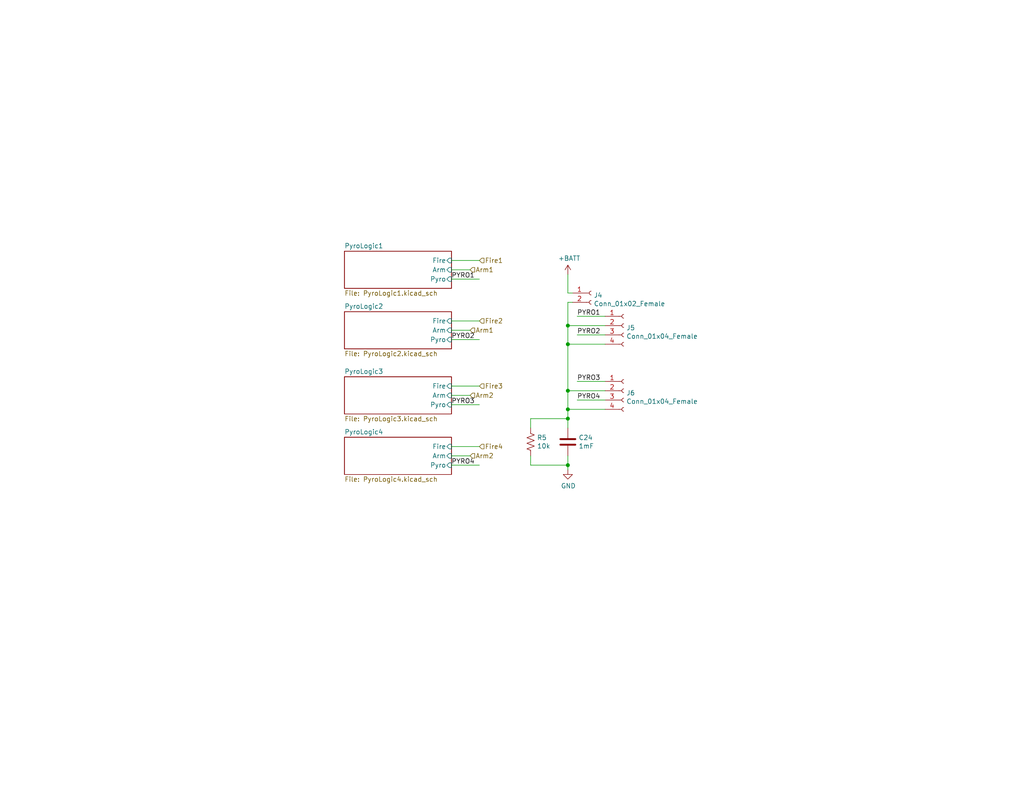
<source format=kicad_sch>
(kicad_sch (version 20211123) (generator eeschema)

  (uuid 8aeae536-fd36-430e-be47-1a856eced2fc)

  (paper "USLetter")

  (lib_symbols
    (symbol "Connector:Conn_01x02_Female" (pin_names (offset 1.016) hide) (in_bom yes) (on_board yes)
      (property "Reference" "J" (id 0) (at 0 2.54 0)
        (effects (font (size 1.27 1.27)))
      )
      (property "Value" "Connector_Conn_01x02_Female" (id 1) (at 0 -5.08 0)
        (effects (font (size 1.27 1.27)))
      )
      (property "Footprint" "" (id 2) (at 0 0 0)
        (effects (font (size 1.27 1.27)) hide)
      )
      (property "Datasheet" "" (id 3) (at 0 0 0)
        (effects (font (size 1.27 1.27)) hide)
      )
      (property "ki_fp_filters" "Connector*:*_1x??_*" (id 4) (at 0 0 0)
        (effects (font (size 1.27 1.27)) hide)
      )
      (symbol "Conn_01x02_Female_1_1"
        (arc (start 0 -2.032) (mid -0.508 -2.54) (end 0 -3.048)
          (stroke (width 0.1524) (type default) (color 0 0 0 0))
          (fill (type none))
        )
        (polyline
          (pts
            (xy -1.27 -2.54)
            (xy -0.508 -2.54)
          )
          (stroke (width 0.1524) (type default) (color 0 0 0 0))
          (fill (type none))
        )
        (polyline
          (pts
            (xy -1.27 0)
            (xy -0.508 0)
          )
          (stroke (width 0.1524) (type default) (color 0 0 0 0))
          (fill (type none))
        )
        (arc (start 0 0.508) (mid -0.508 0) (end 0 -0.508)
          (stroke (width 0.1524) (type default) (color 0 0 0 0))
          (fill (type none))
        )
        (pin passive line (at -5.08 0 0) (length 3.81)
          (name "Pin_1" (effects (font (size 1.27 1.27))))
          (number "1" (effects (font (size 1.27 1.27))))
        )
        (pin passive line (at -5.08 -2.54 0) (length 3.81)
          (name "Pin_2" (effects (font (size 1.27 1.27))))
          (number "2" (effects (font (size 1.27 1.27))))
        )
      )
    )
    (symbol "Connector:Conn_01x04_Female" (pin_names (offset 1.016) hide) (in_bom yes) (on_board yes)
      (property "Reference" "J" (id 0) (at 0 5.08 0)
        (effects (font (size 1.27 1.27)))
      )
      (property "Value" "Connector_Conn_01x04_Female" (id 1) (at 0 -7.62 0)
        (effects (font (size 1.27 1.27)))
      )
      (property "Footprint" "" (id 2) (at 0 0 0)
        (effects (font (size 1.27 1.27)) hide)
      )
      (property "Datasheet" "" (id 3) (at 0 0 0)
        (effects (font (size 1.27 1.27)) hide)
      )
      (property "ki_fp_filters" "Connector*:*_1x??_*" (id 4) (at 0 0 0)
        (effects (font (size 1.27 1.27)) hide)
      )
      (symbol "Conn_01x04_Female_1_1"
        (arc (start 0 -4.572) (mid -0.508 -5.08) (end 0 -5.588)
          (stroke (width 0.1524) (type default) (color 0 0 0 0))
          (fill (type none))
        )
        (arc (start 0 -2.032) (mid -0.508 -2.54) (end 0 -3.048)
          (stroke (width 0.1524) (type default) (color 0 0 0 0))
          (fill (type none))
        )
        (polyline
          (pts
            (xy -1.27 -5.08)
            (xy -0.508 -5.08)
          )
          (stroke (width 0.1524) (type default) (color 0 0 0 0))
          (fill (type none))
        )
        (polyline
          (pts
            (xy -1.27 -2.54)
            (xy -0.508 -2.54)
          )
          (stroke (width 0.1524) (type default) (color 0 0 0 0))
          (fill (type none))
        )
        (polyline
          (pts
            (xy -1.27 0)
            (xy -0.508 0)
          )
          (stroke (width 0.1524) (type default) (color 0 0 0 0))
          (fill (type none))
        )
        (polyline
          (pts
            (xy -1.27 2.54)
            (xy -0.508 2.54)
          )
          (stroke (width 0.1524) (type default) (color 0 0 0 0))
          (fill (type none))
        )
        (arc (start 0 0.508) (mid -0.508 0) (end 0 -0.508)
          (stroke (width 0.1524) (type default) (color 0 0 0 0))
          (fill (type none))
        )
        (arc (start 0 3.048) (mid -0.508 2.54) (end 0 2.032)
          (stroke (width 0.1524) (type default) (color 0 0 0 0))
          (fill (type none))
        )
        (pin passive line (at -5.08 2.54 0) (length 3.81)
          (name "Pin_1" (effects (font (size 1.27 1.27))))
          (number "1" (effects (font (size 1.27 1.27))))
        )
        (pin passive line (at -5.08 0 0) (length 3.81)
          (name "Pin_2" (effects (font (size 1.27 1.27))))
          (number "2" (effects (font (size 1.27 1.27))))
        )
        (pin passive line (at -5.08 -2.54 0) (length 3.81)
          (name "Pin_3" (effects (font (size 1.27 1.27))))
          (number "3" (effects (font (size 1.27 1.27))))
        )
        (pin passive line (at -5.08 -5.08 0) (length 3.81)
          (name "Pin_4" (effects (font (size 1.27 1.27))))
          (number "4" (effects (font (size 1.27 1.27))))
        )
      )
    )
    (symbol "Device:C" (pin_numbers hide) (pin_names (offset 0.254)) (in_bom yes) (on_board yes)
      (property "Reference" "C" (id 0) (at 0.635 2.54 0)
        (effects (font (size 1.27 1.27)) (justify left))
      )
      (property "Value" "Device_C" (id 1) (at 0.635 -2.54 0)
        (effects (font (size 1.27 1.27)) (justify left))
      )
      (property "Footprint" "" (id 2) (at 0.9652 -3.81 0)
        (effects (font (size 1.27 1.27)) hide)
      )
      (property "Datasheet" "" (id 3) (at 0 0 0)
        (effects (font (size 1.27 1.27)) hide)
      )
      (property "ki_fp_filters" "C_*" (id 4) (at 0 0 0)
        (effects (font (size 1.27 1.27)) hide)
      )
      (symbol "C_0_1"
        (polyline
          (pts
            (xy -2.032 -0.762)
            (xy 2.032 -0.762)
          )
          (stroke (width 0.508) (type default) (color 0 0 0 0))
          (fill (type none))
        )
        (polyline
          (pts
            (xy -2.032 0.762)
            (xy 2.032 0.762)
          )
          (stroke (width 0.508) (type default) (color 0 0 0 0))
          (fill (type none))
        )
      )
      (symbol "C_1_1"
        (pin passive line (at 0 3.81 270) (length 2.794)
          (name "~" (effects (font (size 1.27 1.27))))
          (number "1" (effects (font (size 1.27 1.27))))
        )
        (pin passive line (at 0 -3.81 90) (length 2.794)
          (name "~" (effects (font (size 1.27 1.27))))
          (number "2" (effects (font (size 1.27 1.27))))
        )
      )
    )
    (symbol "Device:R_US" (pin_numbers hide) (pin_names (offset 0)) (in_bom yes) (on_board yes)
      (property "Reference" "R" (id 0) (at 2.54 0 90)
        (effects (font (size 1.27 1.27)))
      )
      (property "Value" "Device_R_US" (id 1) (at -2.54 0 90)
        (effects (font (size 1.27 1.27)))
      )
      (property "Footprint" "" (id 2) (at 1.016 -0.254 90)
        (effects (font (size 1.27 1.27)) hide)
      )
      (property "Datasheet" "" (id 3) (at 0 0 0)
        (effects (font (size 1.27 1.27)) hide)
      )
      (property "ki_fp_filters" "R_*" (id 4) (at 0 0 0)
        (effects (font (size 1.27 1.27)) hide)
      )
      (symbol "R_US_0_1"
        (polyline
          (pts
            (xy 0 -2.286)
            (xy 0 -2.54)
          )
          (stroke (width 0) (type default) (color 0 0 0 0))
          (fill (type none))
        )
        (polyline
          (pts
            (xy 0 2.286)
            (xy 0 2.54)
          )
          (stroke (width 0) (type default) (color 0 0 0 0))
          (fill (type none))
        )
        (polyline
          (pts
            (xy 0 -0.762)
            (xy 1.016 -1.143)
            (xy 0 -1.524)
            (xy -1.016 -1.905)
            (xy 0 -2.286)
          )
          (stroke (width 0) (type default) (color 0 0 0 0))
          (fill (type none))
        )
        (polyline
          (pts
            (xy 0 0.762)
            (xy 1.016 0.381)
            (xy 0 0)
            (xy -1.016 -0.381)
            (xy 0 -0.762)
          )
          (stroke (width 0) (type default) (color 0 0 0 0))
          (fill (type none))
        )
        (polyline
          (pts
            (xy 0 2.286)
            (xy 1.016 1.905)
            (xy 0 1.524)
            (xy -1.016 1.143)
            (xy 0 0.762)
          )
          (stroke (width 0) (type default) (color 0 0 0 0))
          (fill (type none))
        )
      )
      (symbol "R_US_1_1"
        (pin passive line (at 0 3.81 270) (length 1.27)
          (name "~" (effects (font (size 1.27 1.27))))
          (number "1" (effects (font (size 1.27 1.27))))
        )
        (pin passive line (at 0 -3.81 90) (length 1.27)
          (name "~" (effects (font (size 1.27 1.27))))
          (number "2" (effects (font (size 1.27 1.27))))
        )
      )
    )
    (symbol "power:+BATT" (power) (pin_names (offset 0)) (in_bom yes) (on_board yes)
      (property "Reference" "#PWR" (id 0) (at 0 -3.81 0)
        (effects (font (size 1.27 1.27)) hide)
      )
      (property "Value" "power_+BATT" (id 1) (at 0 3.556 0)
        (effects (font (size 1.27 1.27)))
      )
      (property "Footprint" "" (id 2) (at 0 0 0)
        (effects (font (size 1.27 1.27)) hide)
      )
      (property "Datasheet" "" (id 3) (at 0 0 0)
        (effects (font (size 1.27 1.27)) hide)
      )
      (symbol "+BATT_0_1"
        (polyline
          (pts
            (xy -0.762 1.27)
            (xy 0 2.54)
          )
          (stroke (width 0) (type default) (color 0 0 0 0))
          (fill (type none))
        )
        (polyline
          (pts
            (xy 0 0)
            (xy 0 2.54)
          )
          (stroke (width 0) (type default) (color 0 0 0 0))
          (fill (type none))
        )
        (polyline
          (pts
            (xy 0 2.54)
            (xy 0.762 1.27)
          )
          (stroke (width 0) (type default) (color 0 0 0 0))
          (fill (type none))
        )
      )
      (symbol "+BATT_1_1"
        (pin power_in line (at 0 0 90) (length 0) hide
          (name "+BATT" (effects (font (size 1.27 1.27))))
          (number "1" (effects (font (size 1.27 1.27))))
        )
      )
    )
    (symbol "power:GND" (power) (pin_names (offset 0)) (in_bom yes) (on_board yes)
      (property "Reference" "#PWR" (id 0) (at 0 -6.35 0)
        (effects (font (size 1.27 1.27)) hide)
      )
      (property "Value" "power_GND" (id 1) (at 0 -3.81 0)
        (effects (font (size 1.27 1.27)))
      )
      (property "Footprint" "" (id 2) (at 0 0 0)
        (effects (font (size 1.27 1.27)) hide)
      )
      (property "Datasheet" "" (id 3) (at 0 0 0)
        (effects (font (size 1.27 1.27)) hide)
      )
      (symbol "GND_0_1"
        (polyline
          (pts
            (xy 0 0)
            (xy 0 -1.27)
            (xy 1.27 -1.27)
            (xy 0 -2.54)
            (xy -1.27 -1.27)
            (xy 0 -1.27)
          )
          (stroke (width 0) (type default) (color 0 0 0 0))
          (fill (type none))
        )
      )
      (symbol "GND_1_1"
        (pin power_in line (at 0 0 270) (length 0) hide
          (name "GND" (effects (font (size 1.27 1.27))))
          (number "1" (effects (font (size 1.27 1.27))))
        )
      )
    )
  )


  (junction (at 154.94 88.9) (diameter 0) (color 0 0 0 0)
    (uuid 22962957-1efd-404d-83db-5b233b6c15b0)
  )
  (junction (at 154.94 106.68) (diameter 0) (color 0 0 0 0)
    (uuid 3c22d605-7855-4cc6-8ad2-906cadbd02dc)
  )
  (junction (at 154.94 114.3) (diameter 0) (color 0 0 0 0)
    (uuid 465137b4-f6f7-4d51-9b40-b161947d5cc1)
  )
  (junction (at 154.94 93.98) (diameter 0) (color 0 0 0 0)
    (uuid 8eb98c56-17e4-4de6-a3e3-06dcfa392040)
  )
  (junction (at 154.94 127) (diameter 0) (color 0 0 0 0)
    (uuid 9a8ad8bb-d9a9-4b2b-bc88-ea6fd2676d45)
  )
  (junction (at 154.94 111.76) (diameter 0) (color 0 0 0 0)
    (uuid bb8162f0-99c8-4884-be5b-c0d0c7e81ff6)
  )

  (wire (pts (xy 130.81 71.12) (xy 123.19 71.12))
    (stroke (width 0) (type default) (color 0 0 0 0))
    (uuid 0554bea0-89b2-4e25-9ea3-4c73921c94cb)
  )
  (wire (pts (xy 165.1 104.14) (xy 157.48 104.14))
    (stroke (width 0) (type default) (color 0 0 0 0))
    (uuid 0ba17a9b-d889-426c-b4fe-048bed6b6be8)
  )
  (wire (pts (xy 144.78 127) (xy 154.94 127))
    (stroke (width 0) (type default) (color 0 0 0 0))
    (uuid 1cc5480b-56b7-4379-98e2-ccafc88911a7)
  )
  (wire (pts (xy 123.19 124.46) (xy 128.27 124.46))
    (stroke (width 0) (type default) (color 0 0 0 0))
    (uuid 24adc223-60f0-4497-98a3-d664c5a13280)
  )
  (wire (pts (xy 154.94 93.98) (xy 154.94 106.68))
    (stroke (width 0) (type default) (color 0 0 0 0))
    (uuid 275b6416-db29-42cc-9307-bf426917c3b4)
  )
  (wire (pts (xy 154.94 80.01) (xy 156.21 80.01))
    (stroke (width 0) (type default) (color 0 0 0 0))
    (uuid 29cbb0bc-f66b-4d11-80e7-5bb270e42496)
  )
  (wire (pts (xy 154.94 82.55) (xy 154.94 88.9))
    (stroke (width 0) (type default) (color 0 0 0 0))
    (uuid 355ced6c-c08a-4586-9a09-7a9c624536f6)
  )
  (wire (pts (xy 154.94 106.68) (xy 165.1 106.68))
    (stroke (width 0) (type default) (color 0 0 0 0))
    (uuid 4086cbd7-6ba7-4e63-8da9-17e60627ee17)
  )
  (wire (pts (xy 123.19 90.17) (xy 128.27 90.17))
    (stroke (width 0) (type default) (color 0 0 0 0))
    (uuid 4641c87c-bffa-41fe-ae77-be3a97a6f797)
  )
  (wire (pts (xy 165.1 91.44) (xy 157.48 91.44))
    (stroke (width 0) (type default) (color 0 0 0 0))
    (uuid 631c7be5-8dc2-4df4-ab73-737bb928e763)
  )
  (wire (pts (xy 130.81 127) (xy 123.19 127))
    (stroke (width 0) (type default) (color 0 0 0 0))
    (uuid 751d823e-1d7b-4501-9658-d06d459b0e16)
  )
  (wire (pts (xy 154.94 124.46) (xy 154.94 127))
    (stroke (width 0) (type default) (color 0 0 0 0))
    (uuid 7bea05d4-1dec-4cd6-aa53-302dde803254)
  )
  (wire (pts (xy 154.94 127) (xy 154.94 128.27))
    (stroke (width 0) (type default) (color 0 0 0 0))
    (uuid 851f3d61-ba3b-4e6e-abd4-cafa4d9b64cb)
  )
  (wire (pts (xy 154.94 93.98) (xy 165.1 93.98))
    (stroke (width 0) (type default) (color 0 0 0 0))
    (uuid 91fc5800-6029-46b1-848d-ca0091f97267)
  )
  (wire (pts (xy 130.81 110.49) (xy 123.19 110.49))
    (stroke (width 0) (type default) (color 0 0 0 0))
    (uuid 92761c09-a591-4c8e-af4d-e0e2262cb01d)
  )
  (wire (pts (xy 165.1 109.22) (xy 157.48 109.22))
    (stroke (width 0) (type default) (color 0 0 0 0))
    (uuid 94a10cae-6ef2-4b64-9d98-fb22aa3306cc)
  )
  (wire (pts (xy 123.19 107.95) (xy 128.27 107.95))
    (stroke (width 0) (type default) (color 0 0 0 0))
    (uuid 98966de3-2364-43d8-a2e0-b03bb9487b03)
  )
  (wire (pts (xy 123.19 73.66) (xy 128.27 73.66))
    (stroke (width 0) (type default) (color 0 0 0 0))
    (uuid 9da1ace0-4181-4f12-80f8-16786a9e5c07)
  )
  (wire (pts (xy 144.78 124.46) (xy 144.78 127))
    (stroke (width 0) (type default) (color 0 0 0 0))
    (uuid a5362821-c161-4c7a-a00c-40e1d7472d56)
  )
  (wire (pts (xy 165.1 86.36) (xy 157.48 86.36))
    (stroke (width 0) (type default) (color 0 0 0 0))
    (uuid a7fc0812-140f-4d96-9cd8-ead8c1c610b1)
  )
  (wire (pts (xy 130.81 87.63) (xy 123.19 87.63))
    (stroke (width 0) (type default) (color 0 0 0 0))
    (uuid af186015-d283-4209-aade-a247e5de01df)
  )
  (wire (pts (xy 154.94 88.9) (xy 154.94 93.98))
    (stroke (width 0) (type default) (color 0 0 0 0))
    (uuid bd085057-7c0e-463a-982b-968a2dc1f0f8)
  )
  (wire (pts (xy 130.81 76.2) (xy 123.19 76.2))
    (stroke (width 0) (type default) (color 0 0 0 0))
    (uuid c210293b-1d7a-4e96-92e9-058784106727)
  )
  (wire (pts (xy 154.94 114.3) (xy 154.94 111.76))
    (stroke (width 0) (type default) (color 0 0 0 0))
    (uuid c2dd13db-24b6-40f1-b75b-b9ab893d92ea)
  )
  (wire (pts (xy 156.21 82.55) (xy 154.94 82.55))
    (stroke (width 0) (type default) (color 0 0 0 0))
    (uuid c401e9c6-1deb-4979-99be-7c801c952098)
  )
  (wire (pts (xy 154.94 88.9) (xy 165.1 88.9))
    (stroke (width 0) (type default) (color 0 0 0 0))
    (uuid c66a19ed-90c0-4502-ae75-6a4c4ab9f297)
  )
  (wire (pts (xy 144.78 116.84) (xy 144.78 114.3))
    (stroke (width 0) (type default) (color 0 0 0 0))
    (uuid ca6e2466-a90a-4dab-be16-b070610e5087)
  )
  (wire (pts (xy 130.81 121.92) (xy 123.19 121.92))
    (stroke (width 0) (type default) (color 0 0 0 0))
    (uuid cd1cff81-9d8a-4511-96d6-4ddb79484001)
  )
  (wire (pts (xy 144.78 114.3) (xy 154.94 114.3))
    (stroke (width 0) (type default) (color 0 0 0 0))
    (uuid d18f2428-546f-4066-8ffb-7653303685db)
  )
  (wire (pts (xy 154.94 74.93) (xy 154.94 80.01))
    (stroke (width 0) (type default) (color 0 0 0 0))
    (uuid d1c19c11-0a13-4237-b6b4-fb2ef1db7c6d)
  )
  (wire (pts (xy 154.94 111.76) (xy 154.94 106.68))
    (stroke (width 0) (type default) (color 0 0 0 0))
    (uuid d1cd5391-31d2-459f-8adb-4ae3f304a833)
  )
  (wire (pts (xy 154.94 111.76) (xy 165.1 111.76))
    (stroke (width 0) (type default) (color 0 0 0 0))
    (uuid d8200a86-aa75-47a3-ad2a-7f4c9c999a6f)
  )
  (wire (pts (xy 154.94 114.3) (xy 154.94 116.84))
    (stroke (width 0) (type default) (color 0 0 0 0))
    (uuid d95c6650-fcd9-4184-97fe-fde43ea5c0cd)
  )
  (wire (pts (xy 130.81 105.41) (xy 123.19 105.41))
    (stroke (width 0) (type default) (color 0 0 0 0))
    (uuid e2fac877-439c-4da0-af2e-5fdc70f85d42)
  )
  (wire (pts (xy 130.81 92.71) (xy 123.19 92.71))
    (stroke (width 0) (type default) (color 0 0 0 0))
    (uuid fc2e9f96-3bed-4896-b995-f56e799f1c77)
  )

  (label "PYRO4" (at 129.54 127 180)
    (effects (font (size 1.27 1.27)) (justify right bottom))
    (uuid 4cfd9a02-97ef-4af4-a6b8-db9be1a8fda5)
  )
  (label "PYRO1" (at 163.83 86.36 180)
    (effects (font (size 1.27 1.27)) (justify right bottom))
    (uuid 63caf46e-0228-40de-b819-c6bd29dd1711)
  )
  (label "PYRO2" (at 163.83 91.44 180)
    (effects (font (size 1.27 1.27)) (justify right bottom))
    (uuid 6d2a06fb-0b1e-452a-ab38-11a5f45e1b32)
  )
  (label "PYRO4" (at 163.83 109.22 180)
    (effects (font (size 1.27 1.27)) (justify right bottom))
    (uuid 761c8e29-382a-475c-a37a-7201cc9cd0f5)
  )
  (label "PYRO1" (at 129.54 76.2 180)
    (effects (font (size 1.27 1.27)) (justify right bottom))
    (uuid 929a9b03-e99e-4b88-8e16-759f8c6b59a5)
  )
  (label "PYRO3" (at 129.54 110.49 180)
    (effects (font (size 1.27 1.27)) (justify right bottom))
    (uuid aadc3df5-0e2d-4f3d-b72e-6f184da74c89)
  )
  (label "PYRO2" (at 129.54 92.71 180)
    (effects (font (size 1.27 1.27)) (justify right bottom))
    (uuid b21299b9-3c4d-43df-b399-7f9b08eb5470)
  )
  (label "PYRO3" (at 163.83 104.14 180)
    (effects (font (size 1.27 1.27)) (justify right bottom))
    (uuid f33ec0db-ef0f-4576-8054-2833161a8f30)
  )

  (hierarchical_label "Arm2" (shape input) (at 128.27 124.46 0)
    (effects (font (size 1.27 1.27)) (justify left))
    (uuid 13ac70df-e9b9-44e5-96e6-20f0b0dc6a3a)
  )
  (hierarchical_label "Arm2" (shape input) (at 128.27 107.95 0)
    (effects (font (size 1.27 1.27)) (justify left))
    (uuid 278a91dc-d57d-4a5c-a045-34b6bd84131f)
  )
  (hierarchical_label "Fire2" (shape input) (at 130.81 87.63 0)
    (effects (font (size 1.27 1.27)) (justify left))
    (uuid 29126f72-63f7-4275-8b12-6b96a71c6f17)
  )
  (hierarchical_label "Arm1" (shape input) (at 128.27 73.66 0)
    (effects (font (size 1.27 1.27)) (justify left))
    (uuid 2ea8fa6f-efc3-40fe-bcf9-05bfa46ead4f)
  )
  (hierarchical_label "Arm1" (shape input) (at 128.27 90.17 0)
    (effects (font (size 1.27 1.27)) (justify left))
    (uuid 4cc0e615-05a0-4f42-a208-4011ba8ef841)
  )
  (hierarchical_label "Fire4" (shape input) (at 130.81 121.92 0)
    (effects (font (size 1.27 1.27)) (justify left))
    (uuid 88606262-3ac5-44a1-aacc-18b26cf4d396)
  )
  (hierarchical_label "Fire1" (shape input) (at 130.81 71.12 0)
    (effects (font (size 1.27 1.27)) (justify left))
    (uuid 8d063f79-9282-4820-bcf4-1ff3c006cf08)
  )
  (hierarchical_label "Fire3" (shape input) (at 130.81 105.41 0)
    (effects (font (size 1.27 1.27)) (justify left))
    (uuid da546d77-4b03-4562-8fc6-837fd68e7691)
  )

  (symbol (lib_id "Device:C") (at 154.94 120.65 0) (unit 1)
    (in_bom yes) (on_board yes)
    (uuid 00000000-0000-0000-0000-00005f4497a2)
    (property "Reference" "C24" (id 0) (at 157.861 119.4816 0)
      (effects (font (size 1.27 1.27)) (justify left))
    )
    (property "Value" "1mF" (id 1) (at 157.861 121.793 0)
      (effects (font (size 1.27 1.27)) (justify left))
    )
    (property "Footprint" "PyroChannel:CP_Radial_D10.0mm_P5.00mm" (id 2) (at 155.9052 124.46 0)
      (effects (font (size 1.27 1.27)) hide)
    )
    (property "Datasheet" "~" (id 3) (at 154.94 120.65 0)
      (effects (font (size 1.27 1.27)) hide)
    )
    (property "digikey" "1189-3703-1-ND" (id 4) (at 154.94 120.65 0)
      (effects (font (size 1.27 1.27)) hide)
    )
    (pin "1" (uuid 17adff9d-c581-42e4-b552-035b922b5256))
    (pin "2" (uuid 5684e95c-6824-46cf-8e72-881178a51d31))
  )

  (symbol (lib_id "power:+BATT") (at 154.94 74.93 0) (unit 1)
    (in_bom yes) (on_board yes)
    (uuid 00000000-0000-0000-0000-00005f449ddb)
    (property "Reference" "#PWR035" (id 0) (at 154.94 78.74 0)
      (effects (font (size 1.27 1.27)) hide)
    )
    (property "Value" "+BATT" (id 1) (at 155.321 70.5358 0))
    (property "Footprint" "" (id 2) (at 154.94 74.93 0)
      (effects (font (size 1.27 1.27)) hide)
    )
    (property "Datasheet" "" (id 3) (at 154.94 74.93 0)
      (effects (font (size 1.27 1.27)) hide)
    )
    (pin "1" (uuid 373b5b59-9fbb-41a2-845d-56a1ed5a82dd))
  )

  (symbol (lib_id "power:GND") (at 154.94 128.27 0) (unit 1)
    (in_bom yes) (on_board yes)
    (uuid 00000000-0000-0000-0000-00005f44a4a7)
    (property "Reference" "#PWR036" (id 0) (at 154.94 134.62 0)
      (effects (font (size 1.27 1.27)) hide)
    )
    (property "Value" "GND" (id 1) (at 155.067 132.6642 0))
    (property "Footprint" "" (id 2) (at 154.94 128.27 0)
      (effects (font (size 1.27 1.27)) hide)
    )
    (property "Datasheet" "" (id 3) (at 154.94 128.27 0)
      (effects (font (size 1.27 1.27)) hide)
    )
    (pin "1" (uuid 7410568a-af90-4a4e-a67d-5fd1863e0d95))
  )

  (symbol (lib_id "Device:R_US") (at 144.78 120.65 0) (unit 1)
    (in_bom yes) (on_board yes)
    (uuid 00000000-0000-0000-0000-00005f6eca83)
    (property "Reference" "R5" (id 0) (at 146.5072 119.4816 0)
      (effects (font (size 1.27 1.27)) (justify left))
    )
    (property "Value" "10k" (id 1) (at 146.5072 121.793 0)
      (effects (font (size 1.27 1.27)) (justify left))
    )
    (property "Footprint" "Resistor_SMD:R_0402_1005Metric" (id 2) (at 145.796 120.904 90)
      (effects (font (size 1.27 1.27)) hide)
    )
    (property "Datasheet" "~" (id 3) (at 144.78 120.65 0)
      (effects (font (size 1.27 1.27)) hide)
    )
    (pin "1" (uuid 0e1c6bbc-4cc4-4ce9-b48a-8292bb286da8))
    (pin "2" (uuid cad44c02-7fd2-4e9a-b93a-e1b73d6a3ee6))
  )

  (symbol (lib_id "Connector:Conn_01x04_Female") (at 170.18 88.9 0) (unit 1)
    (in_bom yes) (on_board yes)
    (uuid 00000000-0000-0000-0000-00006033e472)
    (property "Reference" "J5" (id 0) (at 170.8912 89.5096 0)
      (effects (font (size 1.27 1.27)) (justify left))
    )
    (property "Value" "Conn_01x04_Female" (id 1) (at 170.8912 91.821 0)
      (effects (font (size 1.27 1.27)) (justify left))
    )
    (property "Footprint" "TerminalBlock_Phoenix:TerminalBlock_Phoenix_PTSM-0,5-4-2.5-H-THR_1x04_P2.50mm_Horizontal" (id 2) (at 170.18 88.9 0)
      (effects (font (size 1.27 1.27)) hide)
    )
    (property "Datasheet" "" (id 3) (at 170.18 88.9 0)
      (effects (font (size 1.27 1.27)) hide)
    )
    (property "Order Link" "https://www.digikey.com/en/products/detail/phoenix-contact/1770908/2192462" (id 4) (at 170.18 88.9 0)
      (effects (font (size 1.27 1.27)) hide)
    )
    (pin "1" (uuid 5a67196f-9472-4a8d-961f-eac8ec999d85))
    (pin "2" (uuid a1b97586-5ccb-4d4b-808f-ce5452376c86))
    (pin "3" (uuid d5eb7c6e-b098-49b0-b366-c8b7c67afed0))
    (pin "4" (uuid e1df8cea-32a4-457d-86df-d8e326022a52))
  )

  (symbol (lib_id "Connector:Conn_01x04_Female") (at 170.18 106.68 0) (unit 1)
    (in_bom yes) (on_board yes)
    (uuid 00000000-0000-0000-0000-00006033edcd)
    (property "Reference" "J6" (id 0) (at 170.8912 107.2896 0)
      (effects (font (size 1.27 1.27)) (justify left))
    )
    (property "Value" "Conn_01x04_Female" (id 1) (at 170.8912 109.601 0)
      (effects (font (size 1.27 1.27)) (justify left))
    )
    (property "Footprint" "TerminalBlock_Phoenix:TerminalBlock_Phoenix_PTSM-0,5-4-2.5-H-THR_1x04_P2.50mm_Horizontal" (id 2) (at 170.18 106.68 0)
      (effects (font (size 1.27 1.27)) hide)
    )
    (property "Datasheet" "~" (id 3) (at 170.18 106.68 0)
      (effects (font (size 1.27 1.27)) hide)
    )
    (property "Order Link" "https://www.digikey.com/en/products/detail/phoenix-contact/1770908/2192462" (id 4) (at 170.18 106.68 0)
      (effects (font (size 1.27 1.27)) hide)
    )
    (pin "1" (uuid 72e9c34a-4fbc-4581-8ad2-e93bc3c3ccb0))
    (pin "2" (uuid e9597133-3d67-41f8-aabc-5b61d8d3c3c1))
    (pin "3" (uuid b42a4498-7f71-4787-a0f1-b44423616ac9))
    (pin "4" (uuid af66589f-0dae-4737-851f-f8cddd35005b))
  )

  (symbol (lib_id "Connector:Conn_01x02_Female") (at 161.29 80.01 0) (unit 1)
    (in_bom yes) (on_board yes)
    (uuid 00000000-0000-0000-0000-000060348f4e)
    (property "Reference" "J4" (id 0) (at 162.0012 80.6196 0)
      (effects (font (size 1.27 1.27)) (justify left))
    )
    (property "Value" "Conn_01x02_Female" (id 1) (at 162.0012 82.931 0)
      (effects (font (size 1.27 1.27)) (justify left))
    )
    (property "Footprint" "TerminalBlock_Phoenix:TerminalBlock_Phoenix_PTSM-0,5-2-2.5-H-THR_1x02_P2.50mm_Horizontal" (id 2) (at 161.29 80.01 0)
      (effects (font (size 1.27 1.27)) hide)
    )
    (property "Datasheet" "~" (id 3) (at 161.29 80.01 0)
      (effects (font (size 1.27 1.27)) hide)
    )
    (property "Order Link" "https://www.digikey.com/en/products/detail/phoenix-contact/1770885/2192460" (id 4) (at 161.29 80.01 0)
      (effects (font (size 1.27 1.27)) hide)
    )
    (pin "1" (uuid 12481f4a-71b0-43a4-a69b-bc048ed999f0))
    (pin "2" (uuid 604495b3-3885-49af-8442-bcf3d7361dc4))
  )

  (sheet (at 93.98 68.58) (size 29.21 10.16) (fields_autoplaced)
    (stroke (width 0) (type solid) (color 0 0 0 0))
    (fill (color 0 0 0 0.0000))
    (uuid 00000000-0000-0000-0000-00006179571f)
    (property "Sheet name" "PyroLogic1" (id 0) (at 93.98 67.8684 0)
      (effects (font (size 1.27 1.27)) (justify left bottom))
    )
    (property "Sheet file" "PyroLogic1.kicad_sch" (id 1) (at 93.98 79.3246 0)
      (effects (font (size 1.27 1.27)) (justify left top))
    )
    (pin "Fire" input (at 123.19 71.12 0)
      (effects (font (size 1.27 1.27)) (justify right))
      (uuid fd60415a-f01a-46c5-9369-ea970e435e5b)
    )
    (pin "Arm" input (at 123.19 73.66 0)
      (effects (font (size 1.27 1.27)) (justify right))
      (uuid af76ce95-feca-41fb-bf31-edaa26d6766a)
    )
    (pin "Pyro" input (at 123.19 76.2 0)
      (effects (font (size 1.27 1.27)) (justify right))
      (uuid e11ae5a5-aa10-4f10-b346-f16e33c7899a)
    )
  )

  (sheet (at 93.98 85.09) (size 29.21 10.16) (fields_autoplaced)
    (stroke (width 0) (type solid) (color 0 0 0 0))
    (fill (color 0 0 0 0.0000))
    (uuid 00000000-0000-0000-0000-0000617c20ef)
    (property "Sheet name" "PyroLogic2" (id 0) (at 93.98 84.3784 0)
      (effects (font (size 1.27 1.27)) (justify left bottom))
    )
    (property "Sheet file" "PyroLogic2.kicad_sch" (id 1) (at 93.98 95.8346 0)
      (effects (font (size 1.27 1.27)) (justify left top))
    )
    (pin "Fire" input (at 123.19 87.63 0)
      (effects (font (size 1.27 1.27)) (justify right))
      (uuid c3d5daf8-d359-42b2-a7c2-0d080ba7e212)
    )
    (pin "Arm" input (at 123.19 90.17 0)
      (effects (font (size 1.27 1.27)) (justify right))
      (uuid 9112ddd5-10d5-48b8-954f-f1d5adcacbd9)
    )
    (pin "Pyro" input (at 123.19 92.71 0)
      (effects (font (size 1.27 1.27)) (justify right))
      (uuid 1876c30c-72b2-4a8d-9f32-bf8b213530b4)
    )
  )

  (sheet (at 93.98 102.87) (size 29.21 10.16) (fields_autoplaced)
    (stroke (width 0) (type solid) (color 0 0 0 0))
    (fill (color 0 0 0 0.0000))
    (uuid 00000000-0000-0000-0000-0000617c2a68)
    (property "Sheet name" "PyroLogic3" (id 0) (at 93.98 102.1584 0)
      (effects (font (size 1.27 1.27)) (justify left bottom))
    )
    (property "Sheet file" "PyroLogic3.kicad_sch" (id 1) (at 93.98 113.6146 0)
      (effects (font (size 1.27 1.27)) (justify left top))
    )
    (pin "Fire" input (at 123.19 105.41 0)
      (effects (font (size 1.27 1.27)) (justify right))
      (uuid c346b00c-b5e0-4939-beb4-7f48172ef334)
    )
    (pin "Arm" input (at 123.19 107.95 0)
      (effects (font (size 1.27 1.27)) (justify right))
      (uuid 57f248a7-365e-4c42-b80d-5a7d1f9dfaf3)
    )
    (pin "Pyro" input (at 123.19 110.49 0)
      (effects (font (size 1.27 1.27)) (justify right))
      (uuid 1bd80cf9-f42a-4aee-a408-9dbf4e81e625)
    )
  )

  (sheet (at 93.98 119.38) (size 29.21 10.16) (fields_autoplaced)
    (stroke (width 0) (type solid) (color 0 0 0 0))
    (fill (color 0 0 0 0.0000))
    (uuid 00000000-0000-0000-0000-0000617c3265)
    (property "Sheet name" "PyroLogic4" (id 0) (at 93.98 118.6684 0)
      (effects (font (size 1.27 1.27)) (justify left bottom))
    )
    (property "Sheet file" "PyroLogic4.kicad_sch" (id 1) (at 93.98 130.1246 0)
      (effects (font (size 1.27 1.27)) (justify left top))
    )
    (pin "Fire" input (at 123.19 121.92 0)
      (effects (font (size 1.27 1.27)) (justify right))
      (uuid 26a22c19-4cc5-4237-9651-0edc4f854154)
    )
    (pin "Arm" input (at 123.19 124.46 0)
      (effects (font (size 1.27 1.27)) (justify right))
      (uuid c1b11207-7c0a-49b3-a41d-2fe677d5f3b8)
    )
    (pin "Pyro" input (at 123.19 127 0)
      (effects (font (size 1.27 1.27)) (justify right))
      (uuid 402c62e6-8d8e-473a-a0cf-2b86e4908cd7)
    )
  )
)

</source>
